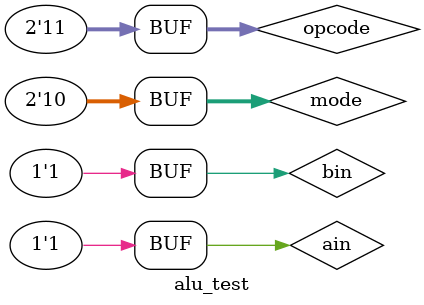
<source format=v>
`timescale 1ns / 1ps


module alu_test;

	// Inputs
	reg [1:0] mode;
	reg [1:0] opcode;
	reg ain;
	reg bin;

	// Outputs
	wire result;
	wire cout;

	// Instantiate the Unit Under Test (UUT)
	alu uut (
		.mode(mode), 
		.opcode(opcode), 
		.ain(ain), 
		.bin(bin), 
		.result(result), 
		.cout(cout)
	);

	initial begin
		// Initialize Inputs
		mode = 0;
		opcode = 0;
		ain = 0;
		bin = 0;

		// Wait 100 ns for global reset to finish
		#50;
		mode = 0;
		opcode = 0;
		ain = 0;
		bin = 0; 
		#50; 
		mode = 0;
		opcode = 0;
		ain = 0;
		bin = 1;
		#50;
		mode = 0;
		opcode = 0;
		ain = 1;
		bin = 0; 
		#50; 
		mode = 0;
		opcode = 0;
		ain = 1;
		bin = 1;

		#50;
		mode = 0;
		opcode = 2'b01;
		ain = 0;
		bin = 0; 
		#50; 
		mode = 0;
		opcode = 2'b01;
		ain = 0;
		bin = 1;
		#50;
		mode = 0;
		opcode = 2'b01;
		ain = 1;
		bin = 0; 
		#50; 
		mode = 0;
		opcode = 2'b01;
		ain = 1;
		bin = 1;
		
		#50;
		mode = 0;
		opcode = 2'b10;
		ain = 0;
		bin = 0; 
		#50; 
		mode = 0;
		opcode = 2'b10;
		ain = 0;
		bin = 1;
		#50;
		mode = 0;
		opcode = 2'b10;
		ain = 1;
		bin = 0; 
		#50; 
		mode = 0;
		opcode = 2'b10;
		ain = 1;
		bin = 1;
		
		#50;
		mode = 0;
		opcode = 2'b11;
		ain = 0;
		bin = 0; 
		#50; 
		mode = 0;
		opcode = 2'b11;
		ain = 0;
		bin = 1;
		#50;
		mode = 0;
		opcode = 2'b11;
		ain = 1;
		bin = 0; 
		#50; 
		mode = 0;
		opcode = 2'b11;
		ain = 1;
		bin = 1;
		// Add stimulus here

		#50;
		mode = 2'b01;
		opcode = 0;
		ain = 0;
		bin = 0; 
		#50; 
		mode = 2'b01;
		opcode = 0;
		ain = 0;
		bin = 1;
		#50;
		mode = 2'b01;
		opcode = 0;
		ain = 1;
		bin = 0; 
		#50; 
		mode = 2'b01;
		opcode = 0;
		ain = 1;
		bin = 1;

		#50;
		mode = 2'b01;
		opcode = 2'b01;
		ain = 0;
		bin = 0; 
		#50; 
		mode = 2'b01;
		opcode = 2'b01;
		ain = 0;
		bin = 1;
		#50;
		mode = 2'b01;
		opcode = 2'b01;
		ain = 1;
		bin = 0; 
		#50; 
		mode = 2'b01;
		opcode = 2'b01;
		ain = 1;
		bin = 1;
		
		#50;
		mode = 2'b01;
		opcode = 2'b10;
		ain = 0;
		bin = 0; 
		#50; 
		mode = 2'b01;
		opcode = 2'b10;
		ain = 0;
		bin = 1;
		#50;
		mode = 2'b01;
		opcode = 2'b10;
		ain = 1;
		bin = 0; 
		#50; 
		mode = 2'b01;
		opcode = 2'b10;
		ain = 1;
		bin = 1;
		
		#50;
		mode = 2'b01;
		opcode = 2'b11;
		ain = 0;
		bin = 0; 
		#50; 
		mode = 2'b01;
		opcode = 2'b11;
		ain = 0;
		bin = 1;
		#50;
		mode = 2'b01;
		opcode = 2'b11;
		ain = 1;
		bin = 0; 
		#50; 
		mode = 2'b01;
		opcode = 2'b11;
		ain = 1;
		bin = 1;


		#50;
		mode = 2'b10;
		opcode = 0;
		ain = 0;
		bin = 0; 
		#50; 
		mode = 2'b10;
		opcode = 0;
		ain = 0;
		bin = 1;
		#50;
		mode = 2'b10;
		opcode = 0;
		ain = 1;
		bin = 0; 
		#50; 
		mode = 2'b10;
		opcode = 0;
		ain = 1;
		bin = 1;

		#50;
		mode = 2'b10;
		opcode = 2'b01;
		ain = 0;
		bin = 0; 
		#50; 
		mode = 2'b10;
		opcode = 2'b01;
		ain = 0;
		bin = 1;
		#50;
		mode = 2'b10;
		opcode = 2'b01;
		ain = 1;
		bin = 0; 
		#50; 
		mode = 2'b10;
		opcode = 2'b01;
		ain = 1;
		bin = 1;
		
		#50;
		mode = 2'b10;
		opcode = 2'b10;
		ain = 0;
		bin = 0; 
		#50; 
		mode = 2'b10;
		opcode = 2'b10;
		ain = 0;
		bin = 1;
		#50;
		mode = 2'b10;
		opcode = 2'b10;
		ain = 1;
		bin = 0; 
		#50; 
		mode = 2'b10;
		opcode = 2'b10;
		ain = 1;
		bin = 1;
		
		#50;
		mode = 2'b10;
		opcode = 2'b11;
		ain = 0;
		bin = 0; 
		#50; 
		mode = 2'b10;
		opcode = 2'b11;
		ain = 0;
		bin = 1;
		#50;
		mode = 2'b10;
		opcode = 2'b11;
		ain = 1;
		bin = 0; 
		#50; 
		mode = 2'b10;
		opcode = 2'b11;
		ain = 1;
		bin = 1;
	end
      
endmodule


</source>
